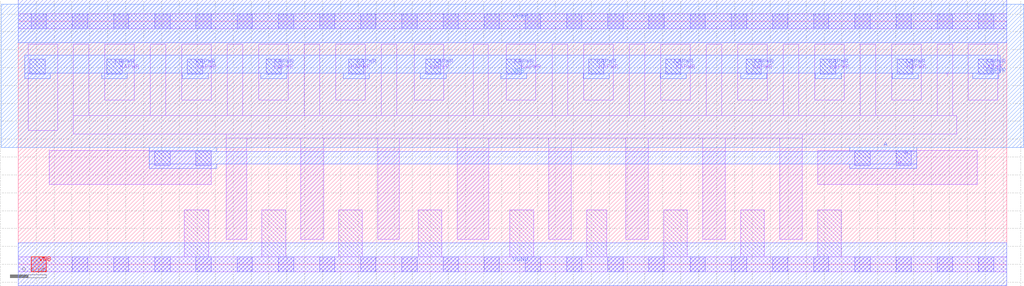
<source format=lef>
# Copyright 2020 The SkyWater PDK Authors
#
# Licensed under the Apache License, Version 2.0 (the "License");
# you may not use this file except in compliance with the License.
# You may obtain a copy of the License at
#
#     https://www.apache.org/licenses/LICENSE-2.0
#
# Unless required by applicable law or agreed to in writing, software
# distributed under the License is distributed on an "AS IS" BASIS,
# WITHOUT WARRANTIES OR CONDITIONS OF ANY KIND, either express or implied.
# See the License for the specific language governing permissions and
# limitations under the License.
#
# SPDX-License-Identifier: Apache-2.0

VERSION 5.7 ;
  NOWIREEXTENSIONATPIN ON ;
  DIVIDERCHAR "/" ;
  BUSBITCHARS "[]" ;
MACRO sky130_fd_sc_hd__lpflow_clkinvkapwr_16
  CLASS CORE ;
  FOREIGN sky130_fd_sc_hd__lpflow_clkinvkapwr_16 ;
  ORIGIN  0.000000  0.000000 ;
  SIZE  11.04000 BY  2.720000 ;
  SYMMETRY X Y R90 ;
  SITE unithd ;
  PIN A
    ANTENNAGATEAREA  4.608000 ;
    DIRECTION INPUT ;
    USE SIGNAL ;
    PORT
      LAYER li1 ;
        RECT 0.345000 0.895000  2.155000 1.275000 ;
        RECT 8.930000 0.895000 10.710000 1.275000 ;
      LAYER mcon ;
        RECT 1.525000 1.105000 1.695000 1.275000 ;
        RECT 1.985000 1.105000 2.155000 1.275000 ;
        RECT 9.345000 1.105000 9.515000 1.275000 ;
        RECT 9.805000 1.105000 9.975000 1.275000 ;
    END
    PORT
      LAYER met1 ;
        RECT 1.465000 1.075000  2.215000 1.120000 ;
        RECT 1.465000 1.120000 10.035000 1.260000 ;
        RECT 1.465000 1.260000  2.215000 1.305000 ;
        RECT 9.285000 1.075000 10.035000 1.120000 ;
        RECT 9.285000 1.260000 10.035000 1.305000 ;
    END
  END A
  PIN Y
    ANTENNADIFFAREA  4.520900 ;
    DIRECTION OUTPUT ;
    USE SIGNAL ;
    PORT
      LAYER li1 ;
        RECT  0.615000 1.455000 10.480000 1.665000 ;
        RECT  0.615000 1.665000  0.785000 2.465000 ;
        RECT  1.475000 1.665000  1.645000 2.465000 ;
        RECT  2.325000 0.280000  2.550000 1.415000 ;
        RECT  2.325000 1.415000  8.755000 1.455000 ;
        RECT  2.335000 1.665000  2.505000 2.465000 ;
        RECT  3.155000 0.280000  3.410000 1.415000 ;
        RECT  3.195000 1.665000  3.365000 2.465000 ;
        RECT  4.015000 0.280000  4.255000 1.415000 ;
        RECT  4.055000 1.665000  4.225000 2.465000 ;
        RECT  4.905000 0.280000  5.255000 1.415000 ;
        RECT  5.080000 1.665000  5.250000 2.465000 ;
        RECT  5.925000 0.280000  6.175000 1.415000 ;
        RECT  5.965000 1.665000  6.135000 2.465000 ;
        RECT  6.785000 0.280000  7.035000 1.415000 ;
        RECT  6.825000 1.665000  6.995000 2.465000 ;
        RECT  7.645000 0.280000  7.895000 1.415000 ;
        RECT  7.685000 1.665000  7.855000 2.465000 ;
        RECT  8.505000 0.280000  8.755000 1.415000 ;
        RECT  8.545000 1.665000  8.715000 2.465000 ;
        RECT  9.405000 1.665000  9.575000 2.465000 ;
        RECT 10.265000 1.665000 10.435000 2.465000 ;
    END
  END Y
  PIN KAPWR
    DIRECTION INOUT ;
    SHAPE ABUTMENT ;
    USE POWER ;
    PORT
      LAYER li1 ;
        RECT  0.110000 1.495000  0.440000 2.465000 ;
        RECT 10.610000 1.835000 10.940000 2.465000 ;
      LAYER mcon ;
        RECT  0.130000 2.125000  0.300000 2.295000 ;
        RECT 10.720000 2.125000 10.890000 2.295000 ;
    END
    PORT
      LAYER li1 ;
        RECT 0.965000 1.835000 1.295000 2.465000 ;
      LAYER mcon ;
        RECT 0.990000 2.125000 1.160000 2.295000 ;
    END
    PORT
      LAYER li1 ;
        RECT 1.825000 1.835000 2.155000 2.465000 ;
      LAYER mcon ;
        RECT 1.890000 2.125000 2.060000 2.295000 ;
    END
    PORT
      LAYER li1 ;
        RECT 2.685000 1.835000 3.015000 2.465000 ;
      LAYER mcon ;
        RECT 2.770000 2.125000 2.940000 2.295000 ;
    END
    PORT
      LAYER li1 ;
        RECT 3.545000 1.835000 3.875000 2.465000 ;
      LAYER mcon ;
        RECT 3.690000 2.125000 3.860000 2.295000 ;
    END
    PORT
      LAYER li1 ;
        RECT 4.425000 1.835000 4.755000 2.465000 ;
      LAYER mcon ;
        RECT 4.550000 2.125000 4.720000 2.295000 ;
    END
    PORT
      LAYER li1 ;
        RECT 5.450000 1.835000 5.780000 2.465000 ;
      LAYER mcon ;
        RECT 5.450000 2.125000 5.620000 2.295000 ;
    END
    PORT
      LAYER li1 ;
        RECT 6.315000 1.835000 6.645000 2.465000 ;
      LAYER mcon ;
        RECT 6.370000 2.125000 6.540000 2.295000 ;
    END
    PORT
      LAYER li1 ;
        RECT 7.175000 1.835000 7.505000 2.465000 ;
      LAYER mcon ;
        RECT 7.230000 2.125000 7.400000 2.295000 ;
    END
    PORT
      LAYER li1 ;
        RECT 8.035000 1.835000 8.365000 2.465000 ;
      LAYER mcon ;
        RECT 8.130000 2.125000 8.300000 2.295000 ;
    END
    PORT
      LAYER li1 ;
        RECT 8.895000 1.835000 9.225000 2.465000 ;
      LAYER mcon ;
        RECT 8.960000 2.125000 9.130000 2.295000 ;
    END
    PORT
      LAYER li1 ;
        RECT 9.755000 1.835000 10.085000 2.465000 ;
      LAYER mcon ;
        RECT 9.820000 2.125000 9.990000 2.295000 ;
    END
    PORT
      LAYER met1 ;
        RECT  0.070000 2.080000  0.360000 2.140000 ;
        RECT  0.070000 2.140000 10.970000 2.340000 ;
        RECT  0.930000 2.080000  1.220000 2.140000 ;
        RECT  1.830000 2.080000  2.120000 2.140000 ;
        RECT  2.710000 2.080000  3.000000 2.140000 ;
        RECT  3.630000 2.080000  3.920000 2.140000 ;
        RECT  4.490000 2.080000  4.780000 2.140000 ;
        RECT  5.390000 2.080000  5.680000 2.140000 ;
        RECT  6.310000 2.080000  6.600000 2.140000 ;
        RECT  7.170000 2.080000  7.460000 2.140000 ;
        RECT  8.070000 2.080000  8.360000 2.140000 ;
        RECT  8.900000 2.080000  9.190000 2.140000 ;
        RECT  9.760000 2.080000 10.050000 2.140000 ;
        RECT 10.660000 2.080000 10.950000 2.140000 ;
    END
  END KAPWR
  PIN VGND
    DIRECTION INOUT ;
    SHAPE ABUTMENT ;
    USE GROUND ;
    PORT
      LAYER met1 ;
        RECT 0.000000 -0.240000 11.040000 0.240000 ;
    END
  END VGND
  PIN VNB
    DIRECTION INOUT ;
    USE GROUND ;
    PORT
      LAYER pwell ;
        RECT 0.145000 -0.085000 0.315000 0.085000 ;
    END
  END VNB
  PIN VPB
    DIRECTION INOUT ;
    USE POWER ;
    PORT
      LAYER nwell ;
        RECT -0.190000 1.305000 11.230000 2.910000 ;
    END
  END VPB
  PIN VPWR
    DIRECTION INOUT ;
    SHAPE ABUTMENT ;
    USE POWER ;
    PORT
      LAYER met1 ;
        RECT 0.000000 2.480000 11.040000 2.960000 ;
    END
  END VPWR
  OBS
    LAYER li1 ;
      RECT 0.000000 -0.085000 11.040000 0.085000 ;
      RECT 0.000000  2.635000 11.040000 2.805000 ;
      RECT 1.855000  0.085000  2.125000 0.610000 ;
      RECT 2.720000  0.085000  2.985000 0.610000 ;
      RECT 3.580000  0.085000  3.845000 0.610000 ;
      RECT 4.465000  0.085000  4.730000 0.610000 ;
      RECT 5.490000  0.085000  5.755000 0.610000 ;
      RECT 6.350000  0.085000  6.575000 0.610000 ;
      RECT 7.210000  0.085000  7.475000 0.610000 ;
      RECT 8.070000  0.085000  8.335000 0.610000 ;
      RECT 8.930000  0.085000  9.195000 0.610000 ;
    LAYER mcon ;
      RECT  0.145000 -0.085000  0.315000 0.085000 ;
      RECT  0.145000  2.635000  0.315000 2.805000 ;
      RECT  0.605000 -0.085000  0.775000 0.085000 ;
      RECT  0.605000  2.635000  0.775000 2.805000 ;
      RECT  1.065000 -0.085000  1.235000 0.085000 ;
      RECT  1.065000  2.635000  1.235000 2.805000 ;
      RECT  1.525000 -0.085000  1.695000 0.085000 ;
      RECT  1.525000  2.635000  1.695000 2.805000 ;
      RECT  1.985000 -0.085000  2.155000 0.085000 ;
      RECT  1.985000  2.635000  2.155000 2.805000 ;
      RECT  2.445000 -0.085000  2.615000 0.085000 ;
      RECT  2.445000  2.635000  2.615000 2.805000 ;
      RECT  2.905000 -0.085000  3.075000 0.085000 ;
      RECT  2.905000  2.635000  3.075000 2.805000 ;
      RECT  3.365000 -0.085000  3.535000 0.085000 ;
      RECT  3.365000  2.635000  3.535000 2.805000 ;
      RECT  3.825000 -0.085000  3.995000 0.085000 ;
      RECT  3.825000  2.635000  3.995000 2.805000 ;
      RECT  4.285000 -0.085000  4.455000 0.085000 ;
      RECT  4.285000  2.635000  4.455000 2.805000 ;
      RECT  4.745000 -0.085000  4.915000 0.085000 ;
      RECT  4.745000  2.635000  4.915000 2.805000 ;
      RECT  5.205000 -0.085000  5.375000 0.085000 ;
      RECT  5.205000  2.635000  5.375000 2.805000 ;
      RECT  5.665000 -0.085000  5.835000 0.085000 ;
      RECT  5.665000  2.635000  5.835000 2.805000 ;
      RECT  6.125000 -0.085000  6.295000 0.085000 ;
      RECT  6.125000  2.635000  6.295000 2.805000 ;
      RECT  6.585000 -0.085000  6.755000 0.085000 ;
      RECT  6.585000  2.635000  6.755000 2.805000 ;
      RECT  7.045000 -0.085000  7.215000 0.085000 ;
      RECT  7.045000  2.635000  7.215000 2.805000 ;
      RECT  7.505000 -0.085000  7.675000 0.085000 ;
      RECT  7.505000  2.635000  7.675000 2.805000 ;
      RECT  7.965000 -0.085000  8.135000 0.085000 ;
      RECT  7.965000  2.635000  8.135000 2.805000 ;
      RECT  8.425000 -0.085000  8.595000 0.085000 ;
      RECT  8.425000  2.635000  8.595000 2.805000 ;
      RECT  8.885000 -0.085000  9.055000 0.085000 ;
      RECT  8.885000  2.635000  9.055000 2.805000 ;
      RECT  9.345000 -0.085000  9.515000 0.085000 ;
      RECT  9.345000  2.635000  9.515000 2.805000 ;
      RECT  9.805000 -0.085000  9.975000 0.085000 ;
      RECT  9.805000  2.635000  9.975000 2.805000 ;
      RECT 10.265000 -0.085000 10.435000 0.085000 ;
      RECT 10.265000  2.635000 10.435000 2.805000 ;
      RECT 10.725000 -0.085000 10.895000 0.085000 ;
      RECT 10.725000  2.635000 10.895000 2.805000 ;
  END
END sky130_fd_sc_hd__lpflow_clkinvkapwr_16
END LIBRARY

</source>
